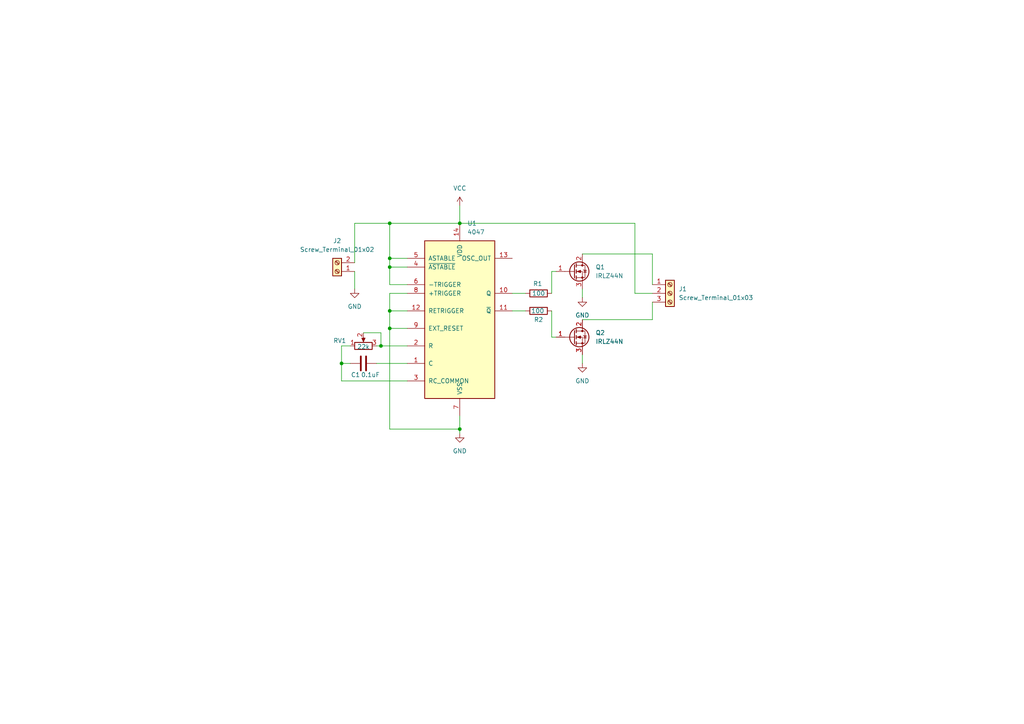
<source format=kicad_sch>
(kicad_sch (version 20231120) (generator "eeschema") (generator_version "8.0")
  (paper "A4")
  (title_block (title "DC to AC with CD4047") (date "2024-12-29") (rev "v01") (comment 4 "Author: PUTSHU LUNGHE Samuel"))
  (lib_symbols
    (symbol "4xxx:4047" (pin_names (offset 1.016))
      (property "Reference" "U" (at -7.62 24.13 0))
      (property "Value" "4047" (at -7.62 -24.13 0))
      (symbol "4047_1_0"
        (pin input line (at -15.24 -12.7 0) (length 5.08) (name "C") (number "1"))
        (pin output line (at 15.24 7.62 180) (length 5.08) (name "Q") (number "10"))
        (pin output line (at 15.24 2.54 180) (length 5.08) (name "~{Q}") (number "11"))
        (pin input line (at -15.24 2.54 0) (length 5.08) (name "RETRIGGER") (number "12"))
        (pin output line (at 15.24 17.78 180) (length 5.08) (name "OSC_OUT") (number "13"))
        (pin power_in line (at 0 27.94 270) (length 5.08) (name "VDD") (number "14"))
        (pin input line (at -15.24 -7.62 0) (length 5.08) (name "R") (number "2"))
        (pin input line (at -15.24 -17.78 0) (length 5.08) (name "RC_COMMON") (number "3"))
        (pin input line (at -15.24 15.24 0) (length 5.08) (name "~{ASTABLE}") (number "4"))
        (pin input line (at -15.24 17.78 0) (length 5.08) (name "ASTABLE") (number "5"))
        (pin input line (at -15.24 10.16 0) (length 5.08) (name "-TRIGGER") (number "6"))
        (pin power_in line (at 0 -27.94 90) (length 5.08) (name "VSS") (number "7"))
        (pin input line (at -15.24 7.62 0) (length 5.08) (name "+TRIGGER") (number "8"))
        (pin input line (at -15.24 -2.54 0) (length 5.08) (name "EXT_RESET") (number "9"))
      )
      (symbol "4047_1_1"
        (rectangle (start -10.16 22.86) (end 10.16 -22.86) (stroke (width 0.254)) (fill (type background)))
      )
    )
    (symbol "Connector:Screw_Terminal_01x02" (pin_names (offset 1.016) hide)
      (property "Reference" "J" (at 0 2.54 0))
      (property "Value" "Screw_Terminal_01x02" (at 0 -5.08 0))
      (symbol "Screw_Terminal_01x02_1_1"
        (rectangle (start -1.27 1.27) (end 1.27 -3.81) (stroke (width 0.254)) (fill (type background)))
        (circle (center 0 -2.54) (radius 0.635) (stroke (width 0.1524)))
        (polyline (pts (xy -0.5334 -2.2098) (xy 0.3302 -3.048)) (stroke (width 0.1524)))
        (polyline (pts (xy -0.5334 0.3302) (xy 0.3302 -0.508)) (stroke (width 0.1524)))
        (polyline (pts (xy -0.3556 -2.032) (xy 0.508 -2.8702)) (stroke (width 0.1524)))
        (polyline (pts (xy -0.3556 0.508) (xy 0.508 -0.3302)) (stroke (width 0.1524)))
        (circle (center 0 0) (radius 0.635) (stroke (width 0.1524)))
        (pin passive line (at -5.08 0 0) (length 3.81) (name "Pin_1") (number "1"))
        (pin passive line (at -5.08 -2.54 0) (length 3.81) (name "Pin_2") (number "2"))
      )
    )
    (symbol "Connector:Screw_Terminal_01x03" (pin_names (offset 1.016) hide)
      (property "Reference" "J" (at 0 5.08 0))
      (property "Value" "Screw_Terminal_01x03" (at 0 -5.08 0))
      (symbol "Screw_Terminal_01x03_1_1"
        (rectangle (start -1.27 3.81) (end 1.27 -3.81) (stroke (width 0.254)) (fill (type background)))
        (circle (center 0 -2.54) (radius 0.635) (stroke (width 0.1524)))
        (polyline (pts (xy -0.5334 -2.2098) (xy 0.3302 -3.048)) (stroke (width 0.1524)))
        (polyline (pts (xy -0.5334 0.3302) (xy 0.3302 -0.508)) (stroke (width 0.1524)))
        (polyline (pts (xy -0.5334 2.8702) (xy 0.3302 2.032)) (stroke (width 0.1524)))
        (polyline (pts (xy -0.3556 -2.032) (xy 0.508 -2.8702)) (stroke (width 0.1524)))
        (polyline (pts (xy -0.3556 0.508) (xy 0.508 -0.3302)) (stroke (width 0.1524)))
        (polyline (pts (xy -0.3556 3.048) (xy 0.508 2.2098)) (stroke (width 0.1524)))
        (circle (center 0 0) (radius 0.635) (stroke (width 0.1524)))
        (circle (center 0 2.54) (radius 0.635) (stroke (width 0.1524)))
        (pin passive line (at -5.08 2.54 0) (length 3.81) (name "Pin_1") (number "1"))
        (pin passive line (at -5.08 0 0) (length 3.81) (name "Pin_2") (number "2"))
        (pin passive line (at -5.08 -2.54 0) (length 3.81) (name "Pin_3") (number "3"))
      )
    )
    (symbol "Device:C" (pin_numbers hide) (pin_names (offset 0.254))
      (property "Reference" "C" (at 0.635 2.54 0))
      (property "Value" "C" (at 0.635 -2.54 0))
      (symbol "C_0_1"
        (polyline (pts (xy -2.032 -0.762) (xy 2.032 -0.762)) (stroke (width 0.508)))
        (polyline (pts (xy -2.032 0.762) (xy 2.032 0.762)) (stroke (width 0.508)))
      )
      (symbol "C_1_1"
        (pin passive line (at 0 3.81 270) (length 2.794) (name "~") (number "1"))
        (pin passive line (at 0 -3.81 90) (length 2.794) (name "~") (number "2"))
      )
    )
    (symbol "Device:R" (pin_numbers hide) (pin_names (offset 0))
      (property "Reference" "R" (at 2.032 0 90))
      (property "Value" "R" (at 0 0 90))
      (symbol "R_0_1"
        (rectangle (start -1.016 -2.54) (end 1.016 2.54) (stroke (width 0.254)))
      )
      (symbol "R_1_1"
        (pin passive line (at 0 3.81 270) (length 1.27) (name "~") (number "1"))
        (pin passive line (at 0 -3.81 90) (length 1.27) (name "~") (number "2"))
      )
    )
    (symbol "Device:R_Potentiometer" (pin_names (offset 1.016) hide)
      (property "Reference" "RV" (at -4.445 0 90))
      (property "Value" "R_Potentiometer" (at -2.54 0 90))
      (symbol "R_Potentiometer_0_1"
        (polyline (pts (xy 2.54 0) (xy 1.524 0)))
        (polyline (pts (xy 1.143 0) (xy 2.286 0.508) (xy 2.286 -0.508) (xy 1.143 0)) (fill (type outline)))
        (rectangle (start 1.016 2.54) (end -1.016 -2.54) (stroke (width 0.254)))
      )
      (symbol "R_Potentiometer_1_1"
        (pin passive line (at 0 3.81 270) (length 1.27) (name "1") (number "1"))
        (pin passive line (at 3.81 0 180) (length 1.27) (name "2") (number "2"))
        (pin passive line (at 0 -3.81 90) (length 1.27) (name "3") (number "3"))
      )
    )
    (symbol "Transistor_FET:IRLZ44N" (pin_names hide)
      (property "Reference" "Q" (at 5.08 1.905 0))
      (property "Value" "IRLZ44N" (at 5.08 0 0))
      (symbol "IRLZ44N_0_1"
        (polyline (pts (xy 0.254 0) (xy -2.54 0)))
        (polyline (pts (xy 0.254 1.905) (xy 0.254 -1.905)) (stroke (width 0.254)))
        (polyline (pts (xy 0.762 -1.27) (xy 0.762 -2.286)) (stroke (width 0.254)))
        (polyline (pts (xy 0.762 0.508) (xy 0.762 -0.508)) (stroke (width 0.254)))
        (polyline (pts (xy 0.762 2.286) (xy 0.762 1.27)) (stroke (width 0.254)))
        (polyline (pts (xy 2.54 2.54) (xy 2.54 1.778)))
        (polyline (pts (xy 2.54 -2.54) (xy 2.54 0) (xy 0.762 0)))
        (polyline (pts (xy 0.762 -1.778) (xy 3.302 -1.778) (xy 3.302 1.778) (xy 0.762 1.778)))
        (polyline (pts (xy 1.016 0) (xy 2.032 0.381) (xy 2.032 -0.381) (xy 1.016 0)) (fill (type outline)))
        (polyline (pts (xy 2.794 0.508) (xy 2.921 0.381) (xy 3.683 0.381) (xy 3.81 0.254)))
        (polyline (pts (xy 3.302 0.381) (xy 2.921 -0.254) (xy 3.683 -0.254) (xy 3.302 0.381)))
        (circle (center 1.651 0) (radius 2.794) (stroke (width 0.254)))
        (circle (center 2.54 -1.778) (radius 0.254) (fill (type outline)))
        (circle (center 2.54 1.778) (radius 0.254) (fill (type outline)))
      )
      (symbol "IRLZ44N_1_1"
        (pin input line (at -5.08 0 0) (length 2.54) (name "G") (number "1"))
        (pin passive line (at 2.54 5.08 270) (length 2.54) (name "D") (number "2"))
        (pin passive line (at 2.54 -5.08 90) (length 2.54) (name "S") (number "3"))
      )
    )
    (symbol "power:GND" (power) (pin_numbers hide) (pin_names (offset 0) hide)
      (property "Value" "GND" (at 0 -3.81 0))
      (symbol "GND_0_1"
        (polyline (pts (xy 0 0) (xy 0 -1.27) (xy 1.27 -1.27) (xy 0 -2.54) (xy -1.27 -1.27) (xy 0 -1.27)))
      )
      (symbol "GND_1_1"
        (pin power_in line (at 0 0 270) (length 0) (name "~") (number "1"))
      )
    )
    (symbol "power:VCC" (power) (pin_numbers hide) (pin_names (offset 0) hide)
      (property "Value" "VCC" (at 0 3.556 0))
      (symbol "VCC_0_1"
        (polyline (pts (xy -0.762 1.27) (xy 0 2.54)))
        (polyline (pts (xy 0 0) (xy 0 2.54)))
        (polyline (pts (xy 0 2.54) (xy 0.762 1.27)))
      )
      (symbol "VCC_1_1"
        (pin power_in line (at 0 0 90) (length 0) (name "~") (number "1"))
      )
    )
  )
  (junction (at 110.49 100.33))
  (junction (at 113.03 90.17))
  (junction (at 99.06 105.41))
  (junction (at 113.03 95.25))
  (junction (at 133.35 64.77))
  (junction (at 113.03 64.77))
  (junction (at 113.03 74.93))
  (junction (at 113.03 77.47))
  (junction (at 133.35 124.46))
  (wire (pts (xy 148.59 90.17) (xy 152.4 90.17)))
  (wire (pts (xy 109.22 105.41) (xy 118.11 105.41)))
  (wire (pts (xy 160.02 90.17) (xy 160.02 97.79)))
  (wire (pts (xy 101.6 105.41) (xy 99.06 105.41)))
  (wire (pts (xy 113.03 64.77) (xy 113.03 74.93)))
  (wire (pts (xy 113.03 74.93) (xy 113.03 77.47)))
  (wire (pts (xy 113.03 77.47) (xy 118.11 77.47)))
  (wire (pts (xy 110.49 100.33) (xy 118.11 100.33)))
  (wire (pts (xy 133.35 59.69) (xy 133.35 64.77)))
  (wire (pts (xy 102.87 78.74) (xy 102.87 83.82)))
  (wire (pts (xy 118.11 110.49) (xy 99.06 110.49)))
  (wire (pts (xy 168.91 102.87) (xy 168.91 105.41)))
  (wire (pts (xy 189.23 73.66) (xy 189.23 82.55)))
  (wire (pts (xy 113.03 90.17) (xy 113.03 95.25)))
  (wire (pts (xy 118.11 85.09) (xy 113.03 85.09)))
  (wire (pts (xy 99.06 105.41) (xy 99.06 100.33)))
  (wire (pts (xy 113.03 95.25) (xy 113.03 124.46)))
  (wire (pts (xy 109.22 100.33) (xy 110.49 100.33)))
  (wire (pts (xy 102.87 76.2) (xy 102.87 64.77)))
  (wire (pts (xy 184.15 85.09) (xy 184.15 64.77)))
  (wire (pts (xy 113.03 82.55) (xy 113.03 77.47)))
  (wire (pts (xy 102.87 64.77) (xy 113.03 64.77)))
  (wire (pts (xy 168.91 83.82) (xy 168.91 86.36)))
  (wire (pts (xy 168.91 92.71) (xy 189.23 92.71)))
  (wire (pts (xy 118.11 82.55) (xy 113.03 82.55)))
  (wire (pts (xy 105.41 96.52) (xy 110.49 96.52)))
  (wire (pts (xy 189.23 92.71) (xy 189.23 87.63)))
  (wire (pts (xy 168.91 73.66) (xy 189.23 73.66)))
  (wire (pts (xy 160.02 78.74) (xy 160.02 85.09)))
  (wire (pts (xy 148.59 85.09) (xy 152.4 85.09)))
  (wire (pts (xy 160.02 97.79) (xy 161.29 97.79)))
  (wire (pts (xy 161.29 78.74) (xy 160.02 78.74)))
  (wire (pts (xy 99.06 100.33) (xy 101.6 100.33)))
  (wire (pts (xy 184.15 64.77) (xy 133.35 64.77)))
  (wire (pts (xy 133.35 64.77) (xy 113.03 64.77)))
  (wire (pts (xy 99.06 110.49) (xy 99.06 105.41)))
  (wire (pts (xy 133.35 120.65) (xy 133.35 124.46)))
  (wire (pts (xy 118.11 74.93) (xy 113.03 74.93)))
  (wire (pts (xy 110.49 96.52) (xy 110.49 100.33)))
  (wire (pts (xy 113.03 124.46) (xy 133.35 124.46)))
  (wire (pts (xy 133.35 124.46) (xy 133.35 125.73)))
  (wire (pts (xy 189.23 85.09) (xy 184.15 85.09)))
  (wire (pts (xy 113.03 90.17) (xy 118.11 90.17)))
  (wire (pts (xy 113.03 95.25) (xy 118.11 95.25)))
  (wire (pts (xy 113.03 85.09) (xy 113.03 90.17)))
  (symbol (lib_id "Transistor_FET:IRLZ44N") (at 166.37 78.74 0) (unit 1)
    (property "Reference" "Q1" (at 172.72 77.4699 0) (effects (justify left)))
    (property "Value" "IRLZ44N" (at 172.72 80.0099 0) (effects (justify left)))
    (property "Footprint" "Package_TO_SOT_THT:TO-220-3_Vertical" (effects (hide yes)))
    (property "Datasheet" "http://www.irf.com/product-info/datasheets/data/irlz44n.pdf" (effects (hide yes)))
    (property "Description" "47A Id, 55V Vds, 22mOhm Rds Single N-Channel HEXFET Power MOSFET, TO-220AB" (effects (hide yes)))
  )
  (symbol (lib_id "power:GND") (at 133.35 125.73 0) (unit 1)
    (property "Reference" "#PWR02" (effects (hide yes)))
    (property "Value" "GND" (at 133.35 130.81 0))
    (property "Description" "Power symbol creates a global label with name \"GND\" , ground" (effects (hide yes)))
  )
  (symbol (lib_id "Transistor_FET:IRLZ44N") (at 166.37 97.79 0) (unit 1)
    (property "Reference" "Q2" (at 172.72 96.5199 0) (effects (justify left)))
    (property "Value" "IRLZ44N" (at 172.72 99.0599 0) (effects (justify left)))
    (property "Footprint" "Package_TO_SOT_THT:TO-220-3_Vertical" (effects (hide yes)))
    (property "Datasheet" "http://www.irf.com/product-info/datasheets/data/irlz44n.pdf" (effects (hide yes)))
    (property "Description" "47A Id, 55V Vds, 22mOhm Rds Single N-Channel HEXFET Power MOSFET, TO-220AB" (effects (hide yes)))
  )
  (symbol (lib_id "power:VCC") (at 133.35 59.69 0) (unit 1)
    (property "Reference" "#PWR01" (effects (hide yes)))
    (property "Value" "VCC" (at 133.35 54.61 0))
    (property "Description" "Power symbol creates a global label with name \"VCC\"" (effects (hide yes)))
  )
  (symbol (lib_id "Device:C") (at 105.41 105.41 90) (unit 1)
    (property "Reference" "C1" (at 103.124 108.712 90))
    (property "Value" "0.1uF" (at 107.442 108.712 90))
    (property "Footprint" "Capacitor_THT:CP_Radial_D4.0mm_P1.50mm" (effects (hide yes)))
    (property "Description" "Unpolarized capacitor" (effects (hide yes)))
  )
  (symbol (lib_id "Device:R") (at 156.21 90.17 90) (unit 1)
    (property "Reference" "R2" (at 156.21 92.71 90))
    (property "Value" "100" (at 155.956 90.17 90))
    (property "Footprint" "Resistor_THT:R_Axial_DIN0204_L3.6mm_D1.6mm_P5.08mm_Horizontal" (effects (hide yes)))
    (property "Description" "Resistor" (effects (hide yes)))
  )
  (symbol (lib_id "Device:R") (at 156.21 85.09 90) (unit 1)
    (property "Reference" "R1" (at 155.956 82.296 90))
    (property "Value" "100" (at 156.21 85.09 90))
    (property "Footprint" "Resistor_THT:R_Axial_DIN0204_L3.6mm_D1.6mm_P5.08mm_Horizontal" (effects (hide yes)))
    (property "Description" "Resistor" (effects (hide yes)))
  )
  (symbol (lib_id "power:GND") (at 102.87 83.82 0) (unit 1)
    (property "Reference" "#PWR03" (effects (hide yes)))
    (property "Value" "GND" (at 102.87 88.9 0))
    (property "Description" "Power symbol creates a global label with name \"GND\" , ground" (effects (hide yes)))
  )
  (symbol (lib_id "Connector:Screw_Terminal_01x02") (at 97.79 78.74 180) (unit 1)
    (property "Reference" "J2" (at 97.79 69.85 0))
    (property "Value" "Screw_Terminal_01x02" (at 97.79 72.39 0))
    (property "Footprint" "TerminalBlock_Phoenix:TerminalBlock_Phoenix_MKDS-1,5-2-5.08_1x02_P5.08mm_Horizontal" (effects (hide yes)))
    (property "Description" "Generic screw terminal, single row, 01x02, script generated (kicad-library-utils/schlib/autogen/connector/)" (effects (hide yes)))
  )
  (symbol (lib_id "power:GND") (at 168.91 86.36 0) (unit 1)
    (property "Reference" "#PWR04" (effects (hide yes)))
    (property "Value" "GND" (at 168.91 91.44 0))
    (property "Description" "Power symbol creates a global label with name \"GND\" , ground" (effects (hide yes)))
  )
  (symbol (lib_id "Connector:Screw_Terminal_01x03") (at 194.31 85.09 0) (unit 1)
    (property "Reference" "J1" (at 196.85 83.8199 0) (effects (justify left)))
    (property "Value" "Screw_Terminal_01x03" (at 196.85 86.3599 0) (effects (justify left)))
    (property "Footprint" "TerminalBlock_Phoenix:TerminalBlock_Phoenix_MKDS-1,5-3-5.08_1x03_P5.08mm_Horizontal" (effects (hide yes)))
    (property "Description" "Generic screw terminal, single row, 01x03, script generated (kicad-library-utils/schlib/autogen/connector/)" (effects (hide yes)))
  )
  (symbol (lib_id "power:GND") (at 168.91 105.41 0) (unit 1)
    (property "Reference" "#PWR05" (effects (hide yes)))
    (property "Value" "GND" (at 168.91 110.49 0))
    (property "Description" "Power symbol creates a global label with name \"GND\" , ground" (effects (hide yes)))
  )
  (symbol (lib_id "4xxx:4047") (at 133.35 92.71 0) (unit 1)
    (property "Reference" "U1" (at 135.5441 64.77 0) (effects (justify left)))
    (property "Value" "4047" (at 135.5441 67.31 0) (effects (justify left)))
    (property "Footprint" "Package_DIP:DIP-14_W7.62mm" (effects (hide yes)))
    (property "Datasheet" "https://www.ti.com/lit/ds/symlink/cd4047b.pdf" (effects (hide yes)))
    (property "Description" "Monostable/Astable Multivibrator" (effects (hide yes)))
  )
  (symbol (lib_id "Device:R_Potentiometer") (at 105.41 100.33 90) (unit 1)
    (property "Reference" "RV1" (at 98.552 98.806 90))
    (property "Value" "22k" (at 105.41 100.584 90))
    (property "Footprint" "Potentiometer_THT:Potentiometer_Bourns_3266W_Vertical" (effects (hide yes)))
    (property "Description" "Potentiometer" (effects (hide yes)))
  )
)
</source>
